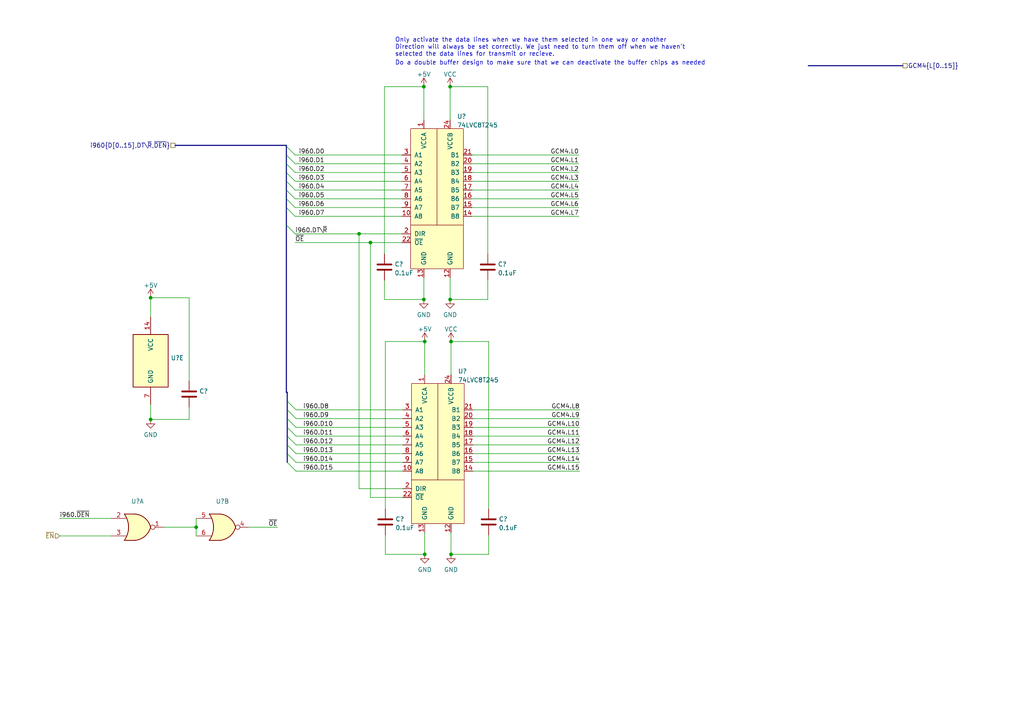
<source format=kicad_sch>
(kicad_sch (version 20211123) (generator eeschema)
  (paper "A4")
  (title_block (date "2022-05-13") (rev "1") (company "Joshua Scoggins"))
  (lib_symbols
    (symbol "74xx:74HC02" (pin_names (offset 1.016))
      (property "Reference" "U" (at 0 1.27 0))
      (property "Value" "74HC02" (at 0 -1.27 0))
      (symbol "74HC02_1_1"
        (arc (start -3.81 -3.81) (mid -2.589 0) (end -3.81 3.81) (stroke (width 0.254)))
        (arc (start -0.6096 -3.81) (mid 2.1842 -2.5851) (end 3.81 0) (stroke (width 0.254)) (fill (type background)))
        (polyline (pts (xy -3.81 -3.81) (xy -0.635 -3.81)) (stroke (width 0.254)) (fill (type background)))
        (polyline (pts (xy -3.81 3.81) (xy -0.635 3.81)) (stroke (width 0.254)) (fill (type background)))
        (polyline (pts (xy -0.635 3.81) (xy -3.81 3.81) (xy -3.81 3.81) (xy -3.556 3.4036) (xy -3.0226 2.2606) (xy -2.6924 1.0414) (xy -2.6162 -0.254) (xy -2.7686 -1.4986) (xy -3.175 -2.7178) (xy -3.81 -3.81) (xy -3.81 -3.81) (xy -0.635 -3.81)) (stroke (width -25.4)) (fill (type background)))
        (arc (start 3.81 0) (mid 2.1915 2.5936) (end -0.6096 3.81) (stroke (width 0.254)) (fill (type background)))
        (pin output inverted (at 7.62 0 180) (length 3.81) (name "~") (number "1"))
        (pin input line (at -7.62 2.54 0) (length 4.318) (name "~") (number "2"))
        (pin input line (at -7.62 -2.54 0) (length 4.318) (name "~") (number "3"))
      )
      (symbol "74HC02_1_2"
        (arc (start 0 -3.81) (mid 3.81 0) (end 0 3.81) (stroke (width 0.254)) (fill (type background)))
        (polyline (pts (xy 0 3.81) (xy -3.81 3.81) (xy -3.81 -3.81) (xy 0 -3.81)) (stroke (width 0.254)) (fill (type background)))
        (pin output line (at 7.62 0 180) (length 3.81) (name "~") (number "1"))
        (pin input inverted (at -7.62 2.54 0) (length 3.81) (name "~") (number "2"))
        (pin input inverted (at -7.62 -2.54 0) (length 3.81) (name "~") (number "3"))
      )
      (symbol "74HC02_2_1"
        (arc (start -3.81 -3.81) (mid -2.589 0) (end -3.81 3.81) (stroke (width 0.254)))
        (arc (start -0.6096 -3.81) (mid 2.1842 -2.5851) (end 3.81 0) (stroke (width 0.254)) (fill (type background)))
        (polyline (pts (xy -3.81 -3.81) (xy -0.635 -3.81)) (stroke (width 0.254)) (fill (type background)))
        (polyline (pts (xy -3.81 3.81) (xy -0.635 3.81)) (stroke (width 0.254)) (fill (type background)))
        (polyline (pts (xy -0.635 3.81) (xy -3.81 3.81) (xy -3.81 3.81) (xy -3.556 3.4036) (xy -3.0226 2.2606) (xy -2.6924 1.0414) (xy -2.6162 -0.254) (xy -2.7686 -1.4986) (xy -3.175 -2.7178) (xy -3.81 -3.81) (xy -3.81 -3.81) (xy -0.635 -3.81)) (stroke (width -25.4)) (fill (type background)))
        (arc (start 3.81 0) (mid 2.1915 2.5936) (end -0.6096 3.81) (stroke (width 0.254)) (fill (type background)))
        (pin output inverted (at 7.62 0 180) (length 3.81) (name "~") (number "4"))
        (pin input line (at -7.62 2.54 0) (length 4.318) (name "~") (number "5"))
        (pin input line (at -7.62 -2.54 0) (length 4.318) (name "~") (number "6"))
      )
      (symbol "74HC02_2_2"
        (arc (start 0 -3.81) (mid 3.81 0) (end 0 3.81) (stroke (width 0.254)) (fill (type background)))
        (polyline (pts (xy 0 3.81) (xy -3.81 3.81) (xy -3.81 -3.81) (xy 0 -3.81)) (stroke (width 0.254)) (fill (type background)))
        (pin output line (at 7.62 0 180) (length 3.81) (name "~") (number "4"))
        (pin input inverted (at -7.62 2.54 0) (length 3.81) (name "~") (number "5"))
        (pin input inverted (at -7.62 -2.54 0) (length 3.81) (name "~") (number "6"))
      )
      (symbol "74HC02_3_1"
        (arc (start -3.81 -3.81) (mid -2.589 0) (end -3.81 3.81) (stroke (width 0.254)))
        (arc (start -0.6096 -3.81) (mid 2.1842 -2.5851) (end 3.81 0) (stroke (width 0.254)) (fill (type background)))
        (polyline (pts (xy -3.81 -3.81) (xy -0.635 -3.81)) (stroke (width 0.254)) (fill (type background)))
        (polyline (pts (xy -3.81 3.81) (xy -0.635 3.81)) (stroke (width 0.254)) (fill (type background)))
        (polyline (pts (xy -0.635 3.81) (xy -3.81 3.81) (xy -3.81 3.81) (xy -3.556 3.4036) (xy -3.0226 2.2606) (xy -2.6924 1.0414) (xy -2.6162 -0.254) (xy -2.7686 -1.4986) (xy -3.175 -2.7178) (xy -3.81 -3.81) (xy -3.81 -3.81) (xy -0.635 -3.81)) (stroke (width -25.4)) (fill (type background)))
        (arc (start 3.81 0) (mid 2.1915 2.5936) (end -0.6096 3.81) (stroke (width 0.254)) (fill (type background)))
        (pin output inverted (at 7.62 0 180) (length 3.81) (name "~") (number "10"))
        (pin input line (at -7.62 2.54 0) (length 4.318) (name "~") (number "8"))
        (pin input line (at -7.62 -2.54 0) (length 4.318) (name "~") (number "9"))
      )
      (symbol "74HC02_3_2"
        (arc (start 0 -3.81) (mid 3.81 0) (end 0 3.81) (stroke (width 0.254)) (fill (type background)))
        (polyline (pts (xy 0 3.81) (xy -3.81 3.81) (xy -3.81 -3.81) (xy 0 -3.81)) (stroke (width 0.254)) (fill (type background)))
        (pin output line (at 7.62 0 180) (length 3.81) (name "~") (number "10"))
        (pin input inverted (at -7.62 2.54 0) (length 3.81) (name "~") (number "8"))
        (pin input inverted (at -7.62 -2.54 0) (length 3.81) (name "~") (number "9"))
      )
      (symbol "74HC02_4_1"
        (arc (start -3.81 -3.81) (mid -2.589 0) (end -3.81 3.81) (stroke (width 0.254)))
        (arc (start -0.6096 -3.81) (mid 2.1842 -2.5851) (end 3.81 0) (stroke (width 0.254)) (fill (type background)))
        (polyline (pts (xy -3.81 -3.81) (xy -0.635 -3.81)) (stroke (width 0.254)) (fill (type background)))
        (polyline (pts (xy -3.81 3.81) (xy -0.635 3.81)) (stroke (width 0.254)) (fill (type background)))
        (polyline (pts (xy -0.635 3.81) (xy -3.81 3.81) (xy -3.81 3.81) (xy -3.556 3.4036) (xy -3.0226 2.2606) (xy -2.6924 1.0414) (xy -2.6162 -0.254) (xy -2.7686 -1.4986) (xy -3.175 -2.7178) (xy -3.81 -3.81) (xy -3.81 -3.81) (xy -0.635 -3.81)) (stroke (width -25.4)) (fill (type background)))
        (arc (start 3.81 0) (mid 2.1915 2.5936) (end -0.6096 3.81) (stroke (width 0.254)) (fill (type background)))
        (pin input line (at -7.62 2.54 0) (length 4.318) (name "~") (number "11"))
        (pin input line (at -7.62 -2.54 0) (length 4.318) (name "~") (number "12"))
        (pin output inverted (at 7.62 0 180) (length 3.81) (name "~") (number "13"))
      )
      (symbol "74HC02_4_2"
        (arc (start 0 -3.81) (mid 3.81 0) (end 0 3.81) (stroke (width 0.254)) (fill (type background)))
        (polyline (pts (xy 0 3.81) (xy -3.81 3.81) (xy -3.81 -3.81) (xy 0 -3.81)) (stroke (width 0.254)) (fill (type background)))
        (pin input inverted (at -7.62 2.54 0) (length 3.81) (name "~") (number "11"))
        (pin input inverted (at -7.62 -2.54 0) (length 3.81) (name "~") (number "12"))
        (pin output line (at 7.62 0 180) (length 3.81) (name "~") (number "13"))
      )
      (symbol "74HC02_5_0"
        (pin power_in line (at 0 12.7 270) (length 5.08) (name "VCC") (number "14"))
        (pin power_in line (at 0 -12.7 90) (length 5.08) (name "GND") (number "7"))
      )
      (symbol "74HC02_5_1"
        (rectangle (start -5.08 7.62) (end 5.08 -7.62) (stroke (width 0.254)) (fill (type background)))
      )
    )
    (symbol "Device:C" (pin_numbers hide) (pin_names (offset 0.254))
      (property "Reference" "C" (at 0.635 2.54 0))
      (property "Value" "C" (at 0.635 -2.54 0))
      (symbol "C_0_1"
        (polyline (pts (xy -2.032 -0.762) (xy 2.032 -0.762)) (stroke (width 0.508)))
        (polyline (pts (xy -2.032 0.762) (xy 2.032 0.762)) (stroke (width 0.508)))
      )
      (symbol "C_1_1"
        (pin passive line (at 0 3.81 270) (length 2.794) (name "~") (number "1"))
        (pin passive line (at 0 -3.81 90) (length 2.794) (name "~") (number "2"))
      )
    )
    (symbol "NewICs:74LVC8T245" (pin_names (offset 1.016))
      (property "Reference" "U" (at 0 40.64 0))
      (property "Value" "74LVC8T245" (at 0 38.1 0))
      (symbol "74LVC8T245_0_1"
        (rectangle (start -7.62 1.27) (end 7.62 1.27))
        (rectangle (start -7.62 29.21) (end 7.62 -11.43) (fill (type background)))
        (rectangle (start 0 29.21) (end 0 1.27))
      )
      (symbol "74LVC8T245_1_1"
        (pin power_in line (at -3.81 31.75 270) (length 2.54) (name "VCCA") (number "1"))
        (pin tri_state line (at -10.16 3.81 0) (length 2.54) (name "A8") (number "10"))
        (pin power_in line (at 3.81 -13.97 90) (length 2.54) hide (name "GND") (number "11"))
        (pin power_in line (at 3.81 -13.97 90) (length 2.54) (name "GND") (number "12"))
        (pin power_in line (at -3.81 -13.97 90) (length 2.54) (name "GND") (number "13"))
        (pin tri_state line (at 10.16 3.81 180) (length 2.54) (name "B8") (number "14"))
        (pin tri_state line (at 10.16 6.35 180) (length 2.54) (name "B7") (number "15"))
        (pin tri_state line (at 10.16 8.89 180) (length 2.54) (name "B6") (number "16"))
        (pin tri_state line (at 10.16 11.43 180) (length 2.54) (name "B5") (number "17"))
        (pin tri_state line (at 10.16 13.97 180) (length 2.54) (name "B4") (number "18"))
        (pin tri_state line (at 10.16 16.51 180) (length 2.54) (name "B3") (number "19"))
        (pin input line (at -10.16 -1.27 0) (length 2.54) (name "DIR") (number "2"))
        (pin tri_state line (at 10.16 19.05 180) (length 2.54) (name "B2") (number "20"))
        (pin tri_state line (at 10.16 21.59 180) (length 2.54) (name "B1") (number "21"))
        (pin input line (at -10.16 -3.81 0) (length 2.54) (name "~{OE}") (number "22"))
        (pin power_in line (at 3.81 31.75 270) (length 2.54) hide (name "VCCB") (number "23"))
        (pin power_in line (at 3.81 31.75 270) (length 2.54) (name "VCCB") (number "24"))
        (pin tri_state line (at -10.16 21.59 0) (length 2.54) (name "A1") (number "3"))
        (pin tri_state line (at -10.16 19.05 0) (length 2.54) (name "A2") (number "4"))
        (pin tri_state line (at -10.16 16.51 0) (length 2.54) (name "A3") (number "5"))
        (pin tri_state line (at -10.16 13.97 0) (length 2.54) (name "A4") (number "6"))
        (pin tri_state line (at -10.16 11.43 0) (length 2.54) (name "A5") (number "7"))
        (pin tri_state line (at -10.16 8.89 0) (length 2.54) (name "A6") (number "8"))
        (pin tri_state line (at -10.16 6.35 0) (length 2.54) (name "A7") (number "9"))
      )
    )
    (symbol "power:+5V" (power) (pin_names (offset 0))
      (property "Value" "+5V" (at 0 3.556 0))
      (symbol "+5V_0_1"
        (polyline (pts (xy -0.762 1.27) (xy 0 2.54)))
        (polyline (pts (xy 0 0) (xy 0 2.54)))
        (polyline (pts (xy 0 2.54) (xy 0.762 1.27)))
      )
      (symbol "+5V_1_1"
        (pin power_in line (at 0 0 90) (length 0) hide (name "+5V") (number "1"))
      )
    )
    (symbol "power:GND" (power) (pin_names (offset 0))
      (property "Value" "GND" (at 0 -3.81 0))
      (symbol "GND_0_1"
        (polyline (pts (xy 0 0) (xy 0 -1.27) (xy 1.27 -1.27) (xy 0 -2.54) (xy -1.27 -1.27) (xy 0 -1.27)))
      )
      (symbol "GND_1_1"
        (pin power_in line (at 0 0 270) (length 0) hide (name "GND") (number "1"))
      )
    )
    (symbol "power:VCC" (power) (pin_names (offset 0))
      (property "Value" "VCC" (at 0 3.81 0))
      (symbol "VCC_0_1"
        (polyline (pts (xy -0.762 1.27) (xy 0 2.54)))
        (polyline (pts (xy 0 0) (xy 0 2.54)))
        (polyline (pts (xy 0 2.54) (xy 0.762 1.27)))
      )
      (symbol "VCC_1_1"
        (pin power_in line (at 0 0 90) (length 0) hide (name "VCC") (number "1"))
      )
    )
  )
  (junction (at 122.936 25.146))
  (junction (at 107.442 70.358))
  (junction (at 43.688 86.36))
  (junction (at 130.81 99.06))
  (junction (at 130.81 160.782))
  (junction (at 122.936 86.868))
  (junction (at 56.896 152.908))
  (junction (at 123.19 160.782))
  (junction (at 104.14 67.818))
  (junction (at 123.19 99.06))
  (junction (at 43.688 121.666))
  (junction (at 130.556 25.146))
  (junction (at 130.556 86.868))
  (bus_entry (at 83.058 52.578) (size 2.54 2.54))
  (bus_entry (at 83.312 126.492) (size 2.54 2.54))
  (bus_entry (at 83.312 116.332) (size 2.54 2.54))
  (bus_entry (at 83.312 121.412) (size 2.54 2.54))
  (bus_entry (at 83.312 131.572) (size 2.54 2.54))
  (bus_entry (at 83.058 42.418) (size 2.54 2.54))
  (bus_entry (at 83.058 47.498) (size 2.54 2.54))
  (bus_entry (at 83.058 50.038) (size 2.54 2.54))
  (bus_entry (at 83.312 118.872) (size 2.54 2.54))
  (bus_entry (at 83.312 123.952) (size 2.54 2.54))
  (bus_entry (at 83.058 65.278) (size 2.54 2.54))
  (bus_entry (at 83.312 129.032) (size 2.54 2.54))
  (bus_entry (at 83.058 55.118) (size 2.54 2.54))
  (bus_entry (at 83.312 134.112) (size 2.54 2.54))
  (bus_entry (at 83.058 60.198) (size 2.54 2.54))
  (bus_entry (at 83.058 57.658) (size 2.54 2.54))
  (bus_entry (at 83.058 44.958) (size 2.54 2.54))
  (wire (pts (xy 85.852 131.572) (xy 116.84 131.572)))
  (bus (pts (xy 83.058 50.038) (xy 83.058 52.578)))
  (wire (pts (xy 56.896 152.908) (xy 56.896 155.448)))
  (wire (pts (xy 54.864 118.11) (xy 54.864 121.666)))
  (wire (pts (xy 141.732 160.782) (xy 130.81 160.782)))
  (bus (pts (xy 83.058 52.578) (xy 83.058 55.118)))
  (wire (pts (xy 85.598 57.658) (xy 116.586 57.658)))
  (wire (pts (xy 136.906 44.958) (xy 167.894 44.958)))
  (wire (pts (xy 85.598 55.118) (xy 116.586 55.118)))
  (wire (pts (xy 104.14 141.732) (xy 116.84 141.732)))
  (wire (pts (xy 111.76 160.782) (xy 111.76 155.194)))
  (wire (pts (xy 130.556 86.868) (xy 130.556 80.518)))
  (wire (pts (xy 141.478 81.28) (xy 141.478 86.868)))
  (wire (pts (xy 107.442 70.358) (xy 107.442 144.272)))
  (wire (pts (xy 85.852 136.652) (xy 116.84 136.652)))
  (bus (pts (xy 83.312 123.952) (xy 83.312 126.492)))
  (wire (pts (xy 85.598 67.818) (xy 104.14 67.818)))
  (bus (pts (xy 83.312 113.792) (xy 83.312 116.332)))
  (wire (pts (xy 136.906 47.498) (xy 167.894 47.498)))
  (bus (pts (xy 83.058 113.792) (xy 83.312 113.792)))
  (bus (pts (xy 83.058 47.498) (xy 83.058 50.038)))
  (wire (pts (xy 137.16 126.492) (xy 168.148 126.492)))
  (wire (pts (xy 111.506 86.868) (xy 111.506 81.28)))
  (bus (pts (xy 83.312 121.412) (xy 83.312 123.952)))
  (bus (pts (xy 83.058 60.198) (xy 83.058 65.278)))
  (wire (pts (xy 137.16 118.872) (xy 168.148 118.872)))
  (wire (pts (xy 85.598 60.198) (xy 116.586 60.198)))
  (bus (pts (xy 83.312 118.872) (xy 83.312 121.412)))
  (wire (pts (xy 85.852 134.112) (xy 116.84 134.112)))
  (wire (pts (xy 56.896 152.908) (xy 56.896 150.368)))
  (wire (pts (xy 141.732 99.06) (xy 141.732 147.574)))
  (wire (pts (xy 47.498 152.908) (xy 56.896 152.908)))
  (bus (pts (xy 83.058 42.418) (xy 83.058 44.958)))
  (bus (pts (xy 83.312 129.032) (xy 83.312 131.572)))
  (bus (pts (xy 234.442 19.05) (xy 261.874 19.05)))
  (wire (pts (xy 136.906 60.198) (xy 167.894 60.198)))
  (wire (pts (xy 130.556 25.146) (xy 141.478 25.146)))
  (wire (pts (xy 122.936 86.868) (xy 111.506 86.868)))
  (wire (pts (xy 130.81 108.712) (xy 130.81 99.06)))
  (wire (pts (xy 72.136 152.908) (xy 80.518 152.908)))
  (wire (pts (xy 107.442 70.358) (xy 116.586 70.358)))
  (wire (pts (xy 85.852 126.492) (xy 116.84 126.492)))
  (wire (pts (xy 107.442 144.272) (xy 116.84 144.272)))
  (wire (pts (xy 136.906 50.038) (xy 167.894 50.038)))
  (wire (pts (xy 111.506 25.146) (xy 122.936 25.146)))
  (wire (pts (xy 111.506 73.66) (xy 111.506 25.146)))
  (wire (pts (xy 85.598 52.578) (xy 116.586 52.578)))
  (wire (pts (xy 130.81 160.782) (xy 130.81 154.432)))
  (wire (pts (xy 141.478 86.868) (xy 130.556 86.868)))
  (bus (pts (xy 83.058 65.278) (xy 83.058 113.792)))
  (wire (pts (xy 104.14 67.818) (xy 104.14 141.732)))
  (wire (pts (xy 85.598 47.498) (xy 116.586 47.498)))
  (bus (pts (xy 83.058 42.164) (xy 83.058 42.418)))
  (wire (pts (xy 137.16 123.952) (xy 168.148 123.952)))
  (wire (pts (xy 136.906 55.118) (xy 167.894 55.118)))
  (wire (pts (xy 85.598 50.038) (xy 116.586 50.038)))
  (bus (pts (xy 83.058 55.118) (xy 83.058 57.658)))
  (wire (pts (xy 104.14 67.818) (xy 116.586 67.818)))
  (wire (pts (xy 136.906 57.658) (xy 167.894 57.658)))
  (wire (pts (xy 85.852 123.952) (xy 116.84 123.952)))
  (wire (pts (xy 136.906 52.578) (xy 167.894 52.578)))
  (wire (pts (xy 136.906 62.738) (xy 167.894 62.738)))
  (wire (pts (xy 54.864 86.36) (xy 54.864 110.49)))
  (wire (pts (xy 137.16 131.572) (xy 168.148 131.572)))
  (bus (pts (xy 83.312 131.572) (xy 83.312 134.112)))
  (bus (pts (xy 83.312 126.492) (xy 83.312 129.032)))
  (bus (pts (xy 50.8 42.164) (xy 83.058 42.164)))
  (wire (pts (xy 43.688 86.36) (xy 54.864 86.36)))
  (wire (pts (xy 123.19 154.432) (xy 123.19 160.782)))
  (wire (pts (xy 137.16 136.652) (xy 168.148 136.652)))
  (wire (pts (xy 43.688 91.948) (xy 43.688 86.36)))
  (wire (pts (xy 123.19 99.06) (xy 123.19 108.712)))
  (bus (pts (xy 83.058 44.958) (xy 83.058 47.498)))
  (wire (pts (xy 130.81 99.06) (xy 141.732 99.06)))
  (wire (pts (xy 85.598 62.738) (xy 116.586 62.738)))
  (wire (pts (xy 85.852 121.412) (xy 116.84 121.412)))
  (wire (pts (xy 111.76 147.574) (xy 111.76 99.06)))
  (wire (pts (xy 130.556 34.798) (xy 130.556 25.146)))
  (wire (pts (xy 137.16 134.112) (xy 168.148 134.112)))
  (wire (pts (xy 123.19 160.782) (xy 111.76 160.782)))
  (wire (pts (xy 85.598 44.958) (xy 116.586 44.958)))
  (wire (pts (xy 85.852 129.032) (xy 116.84 129.032)))
  (wire (pts (xy 111.76 99.06) (xy 123.19 99.06)))
  (wire (pts (xy 141.732 155.194) (xy 141.732 160.782)))
  (wire (pts (xy 85.598 70.358) (xy 107.442 70.358)))
  (wire (pts (xy 122.936 80.518) (xy 122.936 86.868)))
  (wire (pts (xy 137.16 121.412) (xy 168.148 121.412)))
  (wire (pts (xy 17.272 155.448) (xy 32.258 155.448)))
  (wire (pts (xy 43.688 121.666) (xy 43.688 117.348)))
  (wire (pts (xy 54.864 121.666) (xy 43.688 121.666)))
  (bus (pts (xy 83.058 57.658) (xy 83.058 60.198)))
  (wire (pts (xy 122.936 25.146) (xy 122.936 34.798)))
  (bus (pts (xy 83.312 116.332) (xy 83.312 118.872)))
  (wire (pts (xy 17.272 150.368) (xy 32.258 150.368)))
  (wire (pts (xy 141.478 25.146) (xy 141.478 73.66)))
  (wire (pts (xy 137.16 129.032) (xy 168.148 129.032)))
  (wire (pts (xy 85.852 118.872) (xy 116.84 118.872)))
  (text "Do a double buffer design to make sure that we can deactivate the buffer chips as needed" (at 114.554 19.05 0) (effects (font (size 1.27 1.27)) (justify left bottom)))
  (text "Only activate the data lines when we have them selected in one way or another\nDirection will always be set correctly. We just need to turn them off when we haven't\nselected the data lines for transmit or recieve." (at 114.554 16.51 0) (effects (font (size 1.27 1.27)) (justify left bottom)))
  (label "GCM4.L9" (at 168.148 121.412 180))
  (label "GCM4.L3" (at 167.894 52.578 180))
  (label "i960.D1" (at 86.614 47.498 0))
  (label "GCM4.L13" (at 168.148 131.572 180))
  (label "GCM4.L15" (at 168.148 136.652 180))
  (label "~{OE}" (at 80.518 152.908 180))
  (label "GCM4.L7" (at 167.894 62.738 180))
  (label "i960.D11" (at 87.884 126.492 0))
  (label "i960.D7" (at 86.614 62.738 0))
  (label "GCM4.L6" (at 167.894 60.198 180))
  (label "i960.D0" (at 86.614 44.958 0))
  (label "GCM4.L1" (at 167.894 47.498 180))
  (label "i960.D5" (at 86.614 57.658 0))
  (label "i960.D3" (at 86.614 52.578 0))
  (label "GCM4.L12" (at 168.148 129.032 180))
  (label "GCM4.L10" (at 168.148 123.952 180))
  (label "i960.D13" (at 87.884 131.572 0))
  (label "GCM4.L14" (at 168.148 134.112 180))
  (label "i960.D8" (at 87.884 118.872 0))
  (label "i960.D2" (at 86.614 50.038 0))
  (label "i960.D14" (at 87.884 134.112 0))
  (label "GCM4.L4" (at 167.894 55.118 180))
  (label "i960.D15" (at 87.884 136.652 0))
  (label "GCM4.L5" (at 167.894 57.658 180))
  (label "i960.D9" (at 87.884 121.412 0))
  (label "GCM4.L11" (at 168.148 126.492 180))
  (label "i960.D4" (at 86.614 55.118 0))
  (label "GCM4.L0" (at 167.894 44.958 180))
  (label "GCM4.L2" (at 167.894 50.038 180))
  (label "GCM4.L8" (at 168.148 118.872 180))
  (label "i960.D12" (at 87.884 129.032 0))
  (label "i960.D10" (at 87.884 123.952 0))
  (label "~{OE}" (at 85.598 70.358 0))
  (label "i960.~{DEN}" (at 17.272 150.368 0))
  (label "i960.DT\\~{R}" (at 85.598 67.818 0))
  (label "i960.D6" (at 86.614 60.198 0))
  (hierarchical_label "~{EN}" (shape input) (at 17.272 155.448 180))
  (hierarchical_label "GCM4{L[0..15]}" (shape passive) (at 261.874 19.05 0))
  (hierarchical_label "i960{D[0..15],DT\\~{R},~{DEN}}" (shape passive) (at 50.8 42.164 180))
  (symbol (lib_id "NewICs:74LVC8T245") (at 126.746 66.548 0) (unit 1)
    (property "Reference" "U?" (at 132.5754 33.7652 0) (effects (justify left)))
    (property "Value" "74LVC8T245" (at 132.5754 36.3021 0) (effects (justify left)))
    (property "Footprint" "Package_SO:SOIC-24W_7.5x15.4mm_P1.27mm" (effects hide))
    (property "Datasheet" "https://www.ti.com/lit/ds/symlink/sn74lvc8t245.pdf" (effects hide))
  )
  (symbol (lib_id "power:GND") (at 130.556 86.868 0) (unit 1)
    (property "Reference" "#PWR?" (effects hide))
    (property "Value" "GND" (at 130.556 91.3114 0))
  )
  (symbol (lib_id "74xx:74HC02") (at 64.516 152.908 0) (unit 2)
    (property "Reference" "U?" (at 64.516 145.3982 0))
    (property "Datasheet" "http://www.ti.com/lit/gpn/sn74hc02" (effects hide))
  )
  (symbol (lib_id "Device:C") (at 141.732 151.384 0) (unit 1)
    (property "Reference" "C?" (at 144.653 150.5493 0) (effects (justify left)))
    (property "Value" "0.1uF" (at 144.653 153.0862 0) (effects (justify left)))
  )
  (symbol (lib_id "power:GND") (at 123.19 160.782 0) (unit 1)
    (property "Reference" "#PWR?" (effects hide))
    (property "Value" "GND" (at 123.19 165.2254 0))
  )
  (symbol (lib_id "power:GND") (at 43.688 121.666 0) (unit 1)
    (property "Reference" "#PWR?" (effects hide))
  )
  (symbol (lib_id "power:+5V") (at 122.936 25.146 0) (unit 1)
    (property "Reference" "#PWR?" (effects hide))
    (property "Value" "+5V" (at 122.936 21.5702 0))
  )
  (symbol (lib_id "power:GND") (at 122.936 86.868 0) (unit 1)
    (property "Reference" "#PWR?" (effects hide))
    (property "Value" "GND" (at 122.936 91.3114 0))
  )
  (symbol (lib_id "Device:C") (at 111.76 151.384 0) (unit 1)
    (property "Reference" "C?" (at 114.681 150.5493 0) (effects (justify left)))
    (property "Value" "0.1uF" (at 114.681 153.0862 0) (effects (justify left)))
  )
  (symbol (lib_id "power:GND") (at 130.81 160.782 0) (unit 1)
    (property "Reference" "#PWR?" (effects hide))
    (property "Value" "GND" (at 130.81 165.2254 0))
  )
  (symbol (lib_id "power:VCC") (at 130.81 99.06 0) (unit 1)
    (property "Reference" "#PWR?" (effects hide))
    (property "Value" "VCC" (at 130.81 95.4842 0))
  )
  (symbol (lib_id "power:+5V") (at 123.19 99.06 0) (unit 1)
    (property "Reference" "#PWR?" (effects hide))
    (property "Value" "+5V" (at 123.19 95.4842 0))
  )
  (symbol (lib_id "Device:C") (at 141.478 77.47 0) (unit 1)
    (property "Reference" "C?" (at 144.399 76.6353 0) (effects (justify left)))
    (property "Value" "0.1uF" (at 144.399 79.1722 0) (effects (justify left)))
  )
  (symbol (lib_id "NewICs:74LVC8T245") (at 127 140.462 0) (unit 1)
    (property "Reference" "U?" (at 132.8294 107.6792 0) (effects (justify left)))
    (property "Value" "74LVC8T245" (at 132.8294 110.2161 0) (effects (justify left)))
    (property "Footprint" "Package_SO:SOIC-24W_7.5x15.4mm_P1.27mm" (effects hide))
    (property "Datasheet" "https://www.ti.com/lit/ds/symlink/sn74lvc8t245.pdf" (effects hide))
  )
  (symbol (lib_id "74xx:74HC02") (at 39.878 152.908 0) (unit 1)
    (property "Reference" "U?" (at 39.878 145.3982 0))
    (property "Datasheet" "http://www.ti.com/lit/gpn/sn74hc02" (effects hide))
  )
  (symbol (lib_id "Device:C") (at 111.506 77.47 0) (unit 1)
    (property "Reference" "C?" (at 114.427 76.6353 0) (effects (justify left)))
    (property "Value" "0.1uF" (at 114.427 79.1722 0) (effects (justify left)))
  )
  (symbol (lib_id "74xx:74HC02") (at 43.688 104.648 0) (unit 5)
    (property "Reference" "U?" (at 49.53 103.8133 0) (effects (justify left)))
    (property "Datasheet" "http://www.ti.com/lit/gpn/sn74hc02" (effects hide))
  )
  (symbol (lib_id "power:+5V") (at 43.688 86.36 0) (unit 1)
    (property "Reference" "#PWR?" (effects hide))
  )
  (symbol (lib_id "power:VCC") (at 130.556 25.146 0) (unit 1)
    (property "Reference" "#PWR?" (effects hide))
    (property "Value" "VCC" (at 130.556 21.5702 0))
  )
  (symbol (lib_id "Device:C") (at 54.864 114.3 0) (unit 1)
    (property "Reference" "C?" (at 57.785 113.4653 0) (effects (justify left)))
  )
)
</source>
